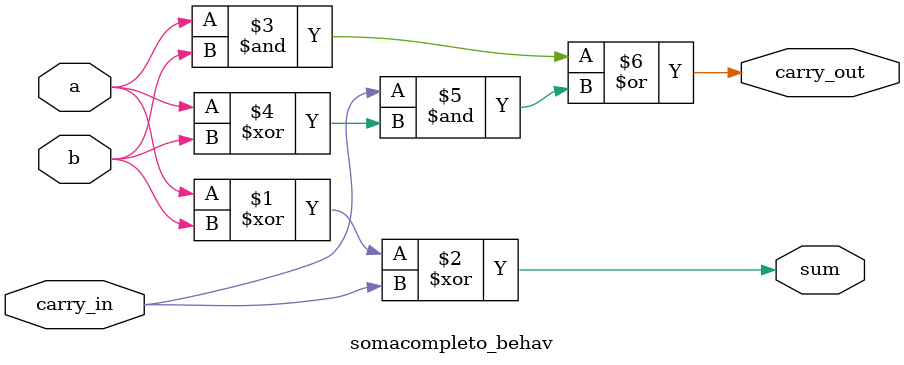
<source format=v>
module somacompleto_behav (
    input wire a,
    input wire b,
    input wire carry_in,
    output wire sum,
    output wire carry_out
);

    assign sum = a ^ b ^ carry_in;

    assign carry_out = (a & b) | (carry_in & (a ^ b));

endmodule
</source>
